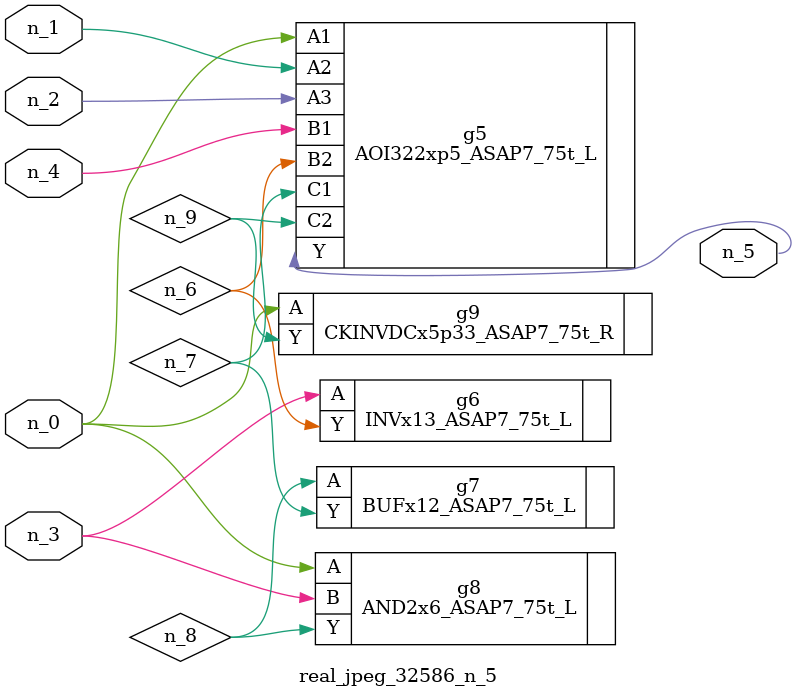
<source format=v>
module real_jpeg_32586_n_5 (n_4, n_0, n_1, n_2, n_3, n_5);

input n_4;
input n_0;
input n_1;
input n_2;
input n_3;

output n_5;

wire n_8;
wire n_6;
wire n_7;
wire n_9;

AOI322xp5_ASAP7_75t_L g5 ( 
.A1(n_0),
.A2(n_1),
.A3(n_2),
.B1(n_4),
.B2(n_6),
.C1(n_7),
.C2(n_9),
.Y(n_5)
);

AND2x6_ASAP7_75t_L g8 ( 
.A(n_0),
.B(n_3),
.Y(n_8)
);

CKINVDCx5p33_ASAP7_75t_R g9 ( 
.A(n_0),
.Y(n_9)
);

INVx13_ASAP7_75t_L g6 ( 
.A(n_3),
.Y(n_6)
);

BUFx12_ASAP7_75t_L g7 ( 
.A(n_8),
.Y(n_7)
);


endmodule
</source>
